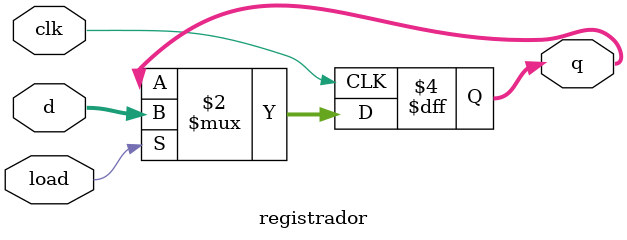
<source format=v>
module registrador #(
    parameter N = 8
) (
    input  wire clk,
    input  wire load,
    input  wire [N-1:0] d,
    output reg  [N-1:0] q
);

    always @(posedge clk) begin
        if (load) begin
            q <= d;
        end
    end

endmodule

</source>
